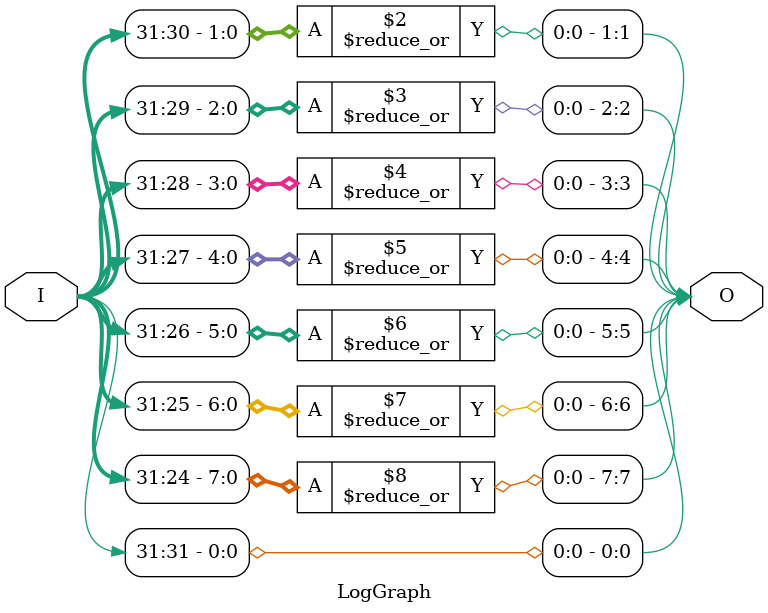
<source format=v>
module LogGraph (
    input [31:0] I,
    output [7:0] O
);
    parameter MSB  = 31;

    genvar i;
    generate 
      for(i=0; i<8; i=i+1) begin:lights
        assign O[i] = |{I[MSB:MSB-i]};
      end
    endgenerate

endmodule

</source>
